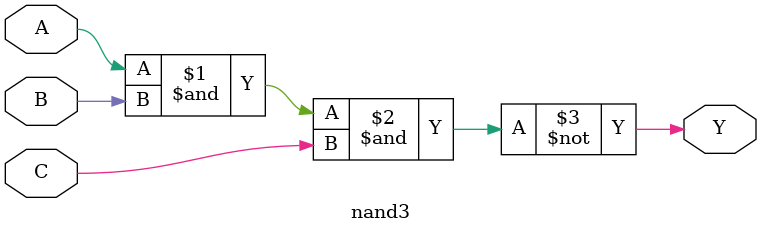
<source format=v>

module nand3 (Y, A, B, C);
    output Y;
    input A;
    input B;
    input C;

nand (Y, A, B, C);

endmodule

</source>
